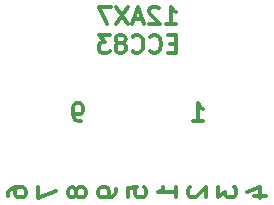
<source format=gbr>
%TF.GenerationSoftware,KiCad,Pcbnew,(6.0.5)*%
%TF.CreationDate,2023-01-12T11:55:51-05:00*%
%TF.ProjectId,12ax7_pins,31326178-375f-4706-996e-732e6b696361,rev?*%
%TF.SameCoordinates,Original*%
%TF.FileFunction,Legend,Bot*%
%TF.FilePolarity,Positive*%
%FSLAX46Y46*%
G04 Gerber Fmt 4.6, Leading zero omitted, Abs format (unit mm)*
G04 Created by KiCad (PCBNEW (6.0.5)) date 2023-01-12 11:55:51*
%MOMM*%
%LPD*%
G01*
G04 APERTURE LIST*
%ADD10C,0.300000*%
G04 APERTURE END LIST*
D10*
X162377142Y-92816071D02*
X163234285Y-92816071D01*
X162805714Y-92816071D02*
X162805714Y-91316071D01*
X162948571Y-91530357D01*
X163091428Y-91673214D01*
X163234285Y-91744642D01*
X161805714Y-91458928D02*
X161734285Y-91387500D01*
X161591428Y-91316071D01*
X161234285Y-91316071D01*
X161091428Y-91387500D01*
X161020000Y-91458928D01*
X160948571Y-91601785D01*
X160948571Y-91744642D01*
X161020000Y-91958928D01*
X161877142Y-92816071D01*
X160948571Y-92816071D01*
X160377142Y-92387500D02*
X159662857Y-92387500D01*
X160520000Y-92816071D02*
X160020000Y-91316071D01*
X159520000Y-92816071D01*
X159162857Y-91316071D02*
X158162857Y-92816071D01*
X158162857Y-91316071D02*
X159162857Y-92816071D01*
X157734285Y-91316071D02*
X156734285Y-91316071D01*
X157377142Y-92816071D01*
X163270000Y-94445357D02*
X162770000Y-94445357D01*
X162555714Y-95231071D02*
X163270000Y-95231071D01*
X163270000Y-93731071D01*
X162555714Y-93731071D01*
X161055714Y-95088214D02*
X161127142Y-95159642D01*
X161341428Y-95231071D01*
X161484285Y-95231071D01*
X161698571Y-95159642D01*
X161841428Y-95016785D01*
X161912857Y-94873928D01*
X161984285Y-94588214D01*
X161984285Y-94373928D01*
X161912857Y-94088214D01*
X161841428Y-93945357D01*
X161698571Y-93802500D01*
X161484285Y-93731071D01*
X161341428Y-93731071D01*
X161127142Y-93802500D01*
X161055714Y-93873928D01*
X159555714Y-95088214D02*
X159627142Y-95159642D01*
X159841428Y-95231071D01*
X159984285Y-95231071D01*
X160198571Y-95159642D01*
X160341428Y-95016785D01*
X160412857Y-94873928D01*
X160484285Y-94588214D01*
X160484285Y-94373928D01*
X160412857Y-94088214D01*
X160341428Y-93945357D01*
X160198571Y-93802500D01*
X159984285Y-93731071D01*
X159841428Y-93731071D01*
X159627142Y-93802500D01*
X159555714Y-93873928D01*
X158698571Y-94373928D02*
X158841428Y-94302500D01*
X158912857Y-94231071D01*
X158984285Y-94088214D01*
X158984285Y-94016785D01*
X158912857Y-93873928D01*
X158841428Y-93802500D01*
X158698571Y-93731071D01*
X158412857Y-93731071D01*
X158270000Y-93802500D01*
X158198571Y-93873928D01*
X158127142Y-94016785D01*
X158127142Y-94088214D01*
X158198571Y-94231071D01*
X158270000Y-94302500D01*
X158412857Y-94373928D01*
X158698571Y-94373928D01*
X158841428Y-94445357D01*
X158912857Y-94516785D01*
X158984285Y-94659642D01*
X158984285Y-94945357D01*
X158912857Y-95088214D01*
X158841428Y-95159642D01*
X158698571Y-95231071D01*
X158412857Y-95231071D01*
X158270000Y-95159642D01*
X158198571Y-95088214D01*
X158127142Y-94945357D01*
X158127142Y-94659642D01*
X158198571Y-94516785D01*
X158270000Y-94445357D01*
X158412857Y-94373928D01*
X157627142Y-93731071D02*
X156698571Y-93731071D01*
X157198571Y-94302500D01*
X156984285Y-94302500D01*
X156841428Y-94373928D01*
X156770000Y-94445357D01*
X156698571Y-94588214D01*
X156698571Y-94945357D01*
X156770000Y-95088214D01*
X156841428Y-95159642D01*
X156984285Y-95231071D01*
X157412857Y-95231071D01*
X157555714Y-95159642D01*
X157627142Y-95088214D01*
X158158571Y-106755000D02*
X158158571Y-107040714D01*
X158087142Y-107183571D01*
X158015714Y-107255000D01*
X157801428Y-107397857D01*
X157515714Y-107469285D01*
X156944285Y-107469285D01*
X156801428Y-107397857D01*
X156730000Y-107326428D01*
X156658571Y-107183571D01*
X156658571Y-106897857D01*
X156730000Y-106755000D01*
X156801428Y-106683571D01*
X156944285Y-106612142D01*
X157301428Y-106612142D01*
X157444285Y-106683571D01*
X157515714Y-106755000D01*
X157587142Y-106897857D01*
X157587142Y-107183571D01*
X157515714Y-107326428D01*
X157444285Y-107397857D01*
X157301428Y-107469285D01*
X154761428Y-106897857D02*
X154690000Y-106755000D01*
X154618571Y-106683571D01*
X154475714Y-106612142D01*
X154404285Y-106612142D01*
X154261428Y-106683571D01*
X154190000Y-106755000D01*
X154118571Y-106897857D01*
X154118571Y-107183571D01*
X154190000Y-107326428D01*
X154261428Y-107397857D01*
X154404285Y-107469285D01*
X154475714Y-107469285D01*
X154618571Y-107397857D01*
X154690000Y-107326428D01*
X154761428Y-107183571D01*
X154761428Y-106897857D01*
X154832857Y-106755000D01*
X154904285Y-106683571D01*
X155047142Y-106612142D01*
X155332857Y-106612142D01*
X155475714Y-106683571D01*
X155547142Y-106755000D01*
X155618571Y-106897857D01*
X155618571Y-107183571D01*
X155547142Y-107326428D01*
X155475714Y-107397857D01*
X155332857Y-107469285D01*
X155047142Y-107469285D01*
X154904285Y-107397857D01*
X154832857Y-107326428D01*
X154761428Y-107183571D01*
X151578571Y-106540714D02*
X151578571Y-107540714D01*
X153078571Y-106897857D01*
X149038571Y-107326428D02*
X149038571Y-107040714D01*
X149110000Y-106897857D01*
X149181428Y-106826428D01*
X149395714Y-106683571D01*
X149681428Y-106612142D01*
X150252857Y-106612142D01*
X150395714Y-106683571D01*
X150467142Y-106755000D01*
X150538571Y-106897857D01*
X150538571Y-107183571D01*
X150467142Y-107326428D01*
X150395714Y-107397857D01*
X150252857Y-107469285D01*
X149895714Y-107469285D01*
X149752857Y-107397857D01*
X149681428Y-107326428D01*
X149610000Y-107183571D01*
X149610000Y-106897857D01*
X149681428Y-106755000D01*
X149752857Y-106683571D01*
X149895714Y-106612142D01*
X159198571Y-107397857D02*
X159198571Y-106683571D01*
X159912857Y-106612142D01*
X159841428Y-106683571D01*
X159770000Y-106826428D01*
X159770000Y-107183571D01*
X159841428Y-107326428D01*
X159912857Y-107397857D01*
X160055714Y-107469285D01*
X160412857Y-107469285D01*
X160555714Y-107397857D01*
X160627142Y-107326428D01*
X160698571Y-107183571D01*
X160698571Y-106826428D01*
X160627142Y-106683571D01*
X160555714Y-106612142D01*
X169858571Y-107326428D02*
X170858571Y-107326428D01*
X169287142Y-106969285D02*
X170358571Y-106612142D01*
X170358571Y-107540714D01*
X166818571Y-106540714D02*
X166818571Y-107469285D01*
X167390000Y-106969285D01*
X167390000Y-107183571D01*
X167461428Y-107326428D01*
X167532857Y-107397857D01*
X167675714Y-107469285D01*
X168032857Y-107469285D01*
X168175714Y-107397857D01*
X168247142Y-107326428D01*
X168318571Y-107183571D01*
X168318571Y-106755000D01*
X168247142Y-106612142D01*
X168175714Y-106540714D01*
X164421428Y-106612142D02*
X164350000Y-106683571D01*
X164278571Y-106826428D01*
X164278571Y-107183571D01*
X164350000Y-107326428D01*
X164421428Y-107397857D01*
X164564285Y-107469285D01*
X164707142Y-107469285D01*
X164921428Y-107397857D01*
X165778571Y-106540714D01*
X165778571Y-107469285D01*
X163238571Y-107469285D02*
X163238571Y-106612142D01*
X163238571Y-107040714D02*
X161738571Y-107040714D01*
X161952857Y-106897857D01*
X162095714Y-106755000D01*
X162167142Y-106612142D01*
X155225714Y-101008571D02*
X154940000Y-101008571D01*
X154797142Y-100937142D01*
X154725714Y-100865714D01*
X154582857Y-100651428D01*
X154511428Y-100365714D01*
X154511428Y-99794285D01*
X154582857Y-99651428D01*
X154654285Y-99580000D01*
X154797142Y-99508571D01*
X155082857Y-99508571D01*
X155225714Y-99580000D01*
X155297142Y-99651428D01*
X155368571Y-99794285D01*
X155368571Y-100151428D01*
X155297142Y-100294285D01*
X155225714Y-100365714D01*
X155082857Y-100437142D01*
X154797142Y-100437142D01*
X154654285Y-100365714D01*
X154582857Y-100294285D01*
X154511428Y-100151428D01*
X164671428Y-101008571D02*
X165528571Y-101008571D01*
X165100000Y-101008571D02*
X165100000Y-99508571D01*
X165242857Y-99722857D01*
X165385714Y-99865714D01*
X165528571Y-99937142D01*
M02*

</source>
